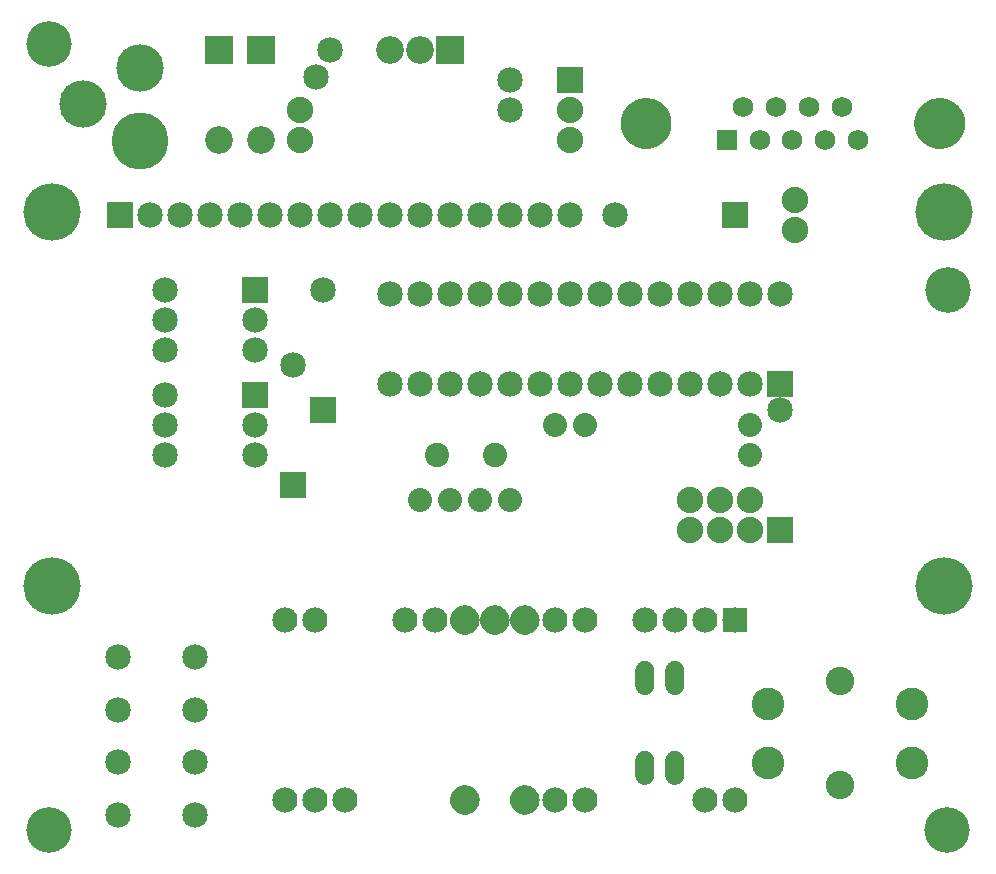
<source format=gbs>
G04 MADE WITH FRITZING*
G04 WWW.FRITZING.ORG*
G04 DOUBLE SIDED*
G04 HOLES PLATED*
G04 CONTOUR ON CENTER OF CONTOUR VECTOR*
%ASAXBY*%
%FSLAX23Y23*%
%MOIN*%
%OFA0B0*%
%SFA1.0B1.0*%
%ADD10C,0.190000*%
%ADD11C,0.158000*%
%ADD12C,0.080000*%
%ADD13C,0.062000*%
%ADD14C,0.109000*%
%ADD15C,0.095000*%
%ADD16C,0.092000*%
%ADD17C,0.084000*%
%ADD18C,0.088000*%
%ADD19C,0.085000*%
%ADD20C,0.151732*%
%ADD21C,0.191102*%
%ADD22C,0.080925*%
%ADD23C,0.080866*%
%ADD24C,0.069000*%
%ADD25R,0.092000X0.092000*%
%ADD26R,0.084000X0.084000*%
%ADD27R,0.085000X0.085000*%
%ADD28R,0.088000X0.088000*%
%ADD29R,0.069000X0.069000*%
%ADD30C,0.030000*%
%ADD31R,0.001000X0.001000*%
%LNMASK0*%
G90*
G70*
G54D10*
X432Y2408D03*
G54D11*
X432Y2653D03*
X242Y2533D03*
G54D12*
X1917Y1460D03*
X1817Y1460D03*
G54D13*
X2117Y317D03*
X2217Y317D03*
X2217Y617D03*
X2117Y617D03*
G54D14*
X3006Y334D03*
X2526Y334D03*
X3006Y530D03*
X2526Y530D03*
G54D15*
X2766Y608D03*
X2766Y263D03*
G54D16*
X1467Y2710D03*
X1367Y2710D03*
X1267Y2710D03*
G54D17*
X1817Y210D03*
X1917Y810D03*
X1417Y810D03*
X1917Y210D03*
X1317Y810D03*
X1817Y810D03*
X1017Y810D03*
X917Y810D03*
X1117Y210D03*
X1017Y210D03*
X917Y210D03*
X2417Y810D03*
X2317Y810D03*
X2217Y810D03*
X2117Y810D03*
X2317Y210D03*
X2417Y210D03*
G54D18*
X2617Y2210D03*
X2617Y2110D03*
G54D19*
X2417Y2160D03*
X2017Y2160D03*
X2567Y1110D03*
X2567Y1510D03*
G54D12*
X2467Y1360D03*
X2467Y1460D03*
G54D20*
X131Y110D03*
X130Y2732D03*
X3125Y1910D03*
X3124Y110D03*
G54D21*
X141Y926D03*
X141Y2170D03*
X3113Y926D03*
X3113Y2170D03*
G54D16*
X698Y2710D03*
X698Y2412D03*
X837Y2710D03*
X837Y2412D03*
G54D19*
X367Y2160D03*
X467Y2160D03*
X567Y2160D03*
X667Y2160D03*
X767Y2160D03*
X867Y2160D03*
X967Y2160D03*
X1067Y2160D03*
X1167Y2160D03*
X1267Y2160D03*
X1367Y2160D03*
X1467Y2160D03*
X1567Y2160D03*
X1667Y2160D03*
X1767Y2160D03*
X1867Y2160D03*
X1067Y2710D03*
X1020Y2622D03*
G54D18*
X1867Y2610D03*
X1867Y2510D03*
X1867Y2410D03*
G54D19*
X361Y337D03*
X617Y337D03*
X361Y160D03*
X617Y160D03*
X361Y687D03*
X617Y687D03*
X361Y510D03*
X617Y510D03*
X1667Y2510D03*
X1667Y2610D03*
X2567Y1599D03*
X2567Y1899D03*
X2467Y1599D03*
X2467Y1899D03*
X2367Y1599D03*
X2367Y1899D03*
X2267Y1599D03*
X2267Y1899D03*
X2167Y1599D03*
X2167Y1899D03*
X2067Y1599D03*
X2067Y1899D03*
X1967Y1599D03*
X1967Y1899D03*
X1867Y1599D03*
X1867Y1899D03*
X1767Y1599D03*
X1767Y1899D03*
X1667Y1599D03*
X1667Y1899D03*
X1567Y1599D03*
X1567Y1899D03*
X1467Y1599D03*
X1467Y1899D03*
X1367Y1599D03*
X1367Y1899D03*
X1267Y1599D03*
X1267Y1899D03*
X2567Y1599D03*
X2567Y1899D03*
X2467Y1599D03*
X2467Y1899D03*
X2367Y1599D03*
X2367Y1899D03*
X2267Y1599D03*
X2267Y1899D03*
X2167Y1599D03*
X2167Y1899D03*
X2067Y1599D03*
X2067Y1899D03*
X1967Y1599D03*
X1967Y1899D03*
X1867Y1599D03*
X1867Y1899D03*
X1767Y1599D03*
X1767Y1899D03*
X1667Y1599D03*
X1667Y1899D03*
X1567Y1599D03*
X1567Y1899D03*
X1467Y1599D03*
X1467Y1899D03*
X1367Y1599D03*
X1367Y1899D03*
X1267Y1599D03*
X1267Y1899D03*
G54D22*
X1424Y1360D03*
G54D23*
X1617Y1360D03*
G54D19*
X817Y1560D03*
X517Y1560D03*
X817Y1460D03*
X517Y1460D03*
X817Y1360D03*
X517Y1360D03*
X817Y1910D03*
X517Y1910D03*
X817Y1810D03*
X517Y1810D03*
X817Y1710D03*
X517Y1710D03*
X1043Y1510D03*
X1043Y1910D03*
G54D18*
X967Y2510D03*
X967Y2410D03*
G54D19*
X943Y1260D03*
X943Y1660D03*
G54D12*
X1367Y1210D03*
X1467Y1210D03*
X1567Y1210D03*
X1667Y1210D03*
G54D24*
X2390Y2410D03*
X2499Y2410D03*
X2608Y2410D03*
X2717Y2410D03*
X2826Y2410D03*
X2444Y2522D03*
X2554Y2522D03*
X2662Y2522D03*
X2772Y2522D03*
G54D18*
X2467Y1110D03*
X2367Y1110D03*
X2267Y1110D03*
X2467Y1110D03*
X2367Y1110D03*
X2267Y1110D03*
X2267Y1210D03*
X2367Y1210D03*
X2467Y1210D03*
G54D25*
X1467Y2710D03*
G54D26*
X2417Y810D03*
G54D27*
X2417Y2160D03*
X2567Y1110D03*
G54D25*
X698Y2711D03*
X837Y2711D03*
G54D27*
X366Y2160D03*
G54D28*
X1867Y2610D03*
G54D27*
X2567Y1599D03*
X2567Y1599D03*
X817Y1560D03*
X817Y1910D03*
X1043Y1510D03*
X943Y1260D03*
G54D29*
X2390Y2410D03*
G54D30*
G36*
X1078Y2673D02*
X1030Y2699D01*
X1055Y2747D01*
X1104Y2721D01*
X1078Y2673D01*
G37*
D02*
G36*
X1639Y2537D02*
X1694Y2537D01*
X1694Y2482D01*
X1639Y2482D01*
X1639Y2537D01*
G37*
D02*
G54D31*
X2114Y2551D02*
X2126Y2551D01*
X3093Y2551D02*
X3105Y2551D01*
X2107Y2550D02*
X2134Y2550D01*
X3086Y2550D02*
X3112Y2550D01*
X2102Y2549D02*
X2138Y2549D01*
X3081Y2549D02*
X3117Y2549D01*
X2098Y2548D02*
X2142Y2548D01*
X3077Y2548D02*
X3121Y2548D01*
X2095Y2547D02*
X2145Y2547D01*
X3074Y2547D02*
X3124Y2547D01*
X2092Y2546D02*
X2148Y2546D01*
X3071Y2546D02*
X3127Y2546D01*
X2090Y2545D02*
X2151Y2545D01*
X3068Y2545D02*
X3129Y2545D01*
X2087Y2544D02*
X2153Y2544D01*
X3066Y2544D02*
X3132Y2544D01*
X2085Y2543D02*
X2155Y2543D01*
X3064Y2543D02*
X3134Y2543D01*
X2083Y2542D02*
X2157Y2542D01*
X3062Y2542D02*
X3136Y2542D01*
X2081Y2541D02*
X2159Y2541D01*
X3060Y2541D02*
X3138Y2541D01*
X2079Y2540D02*
X2161Y2540D01*
X3058Y2540D02*
X3140Y2540D01*
X2078Y2539D02*
X2163Y2539D01*
X3056Y2539D02*
X3142Y2539D01*
X2076Y2538D02*
X2164Y2538D01*
X3055Y2538D02*
X3143Y2538D01*
X2074Y2537D02*
X2166Y2537D01*
X3053Y2537D02*
X3145Y2537D01*
X2073Y2536D02*
X2168Y2536D01*
X3052Y2536D02*
X3146Y2536D01*
X2071Y2535D02*
X2169Y2535D01*
X3050Y2535D02*
X3148Y2535D01*
X2070Y2534D02*
X2170Y2534D01*
X3049Y2534D02*
X3149Y2534D01*
X2069Y2533D02*
X2172Y2533D01*
X3047Y2533D02*
X3150Y2533D01*
X2067Y2532D02*
X2173Y2532D01*
X3046Y2532D02*
X3152Y2532D01*
X2066Y2531D02*
X2174Y2531D01*
X3045Y2531D02*
X3153Y2531D01*
X2065Y2530D02*
X2175Y2530D01*
X3044Y2530D02*
X3154Y2530D01*
X2064Y2529D02*
X2177Y2529D01*
X3043Y2529D02*
X3155Y2529D01*
X2063Y2528D02*
X2178Y2528D01*
X3041Y2528D02*
X3157Y2528D01*
X2062Y2527D02*
X2179Y2527D01*
X3040Y2527D02*
X3158Y2527D01*
X2061Y2526D02*
X2180Y2526D01*
X3039Y2526D02*
X3159Y2526D01*
X2060Y2525D02*
X2181Y2525D01*
X3038Y2525D02*
X3160Y2525D01*
X2059Y2524D02*
X2182Y2524D01*
X3037Y2524D02*
X3161Y2524D01*
X2058Y2523D02*
X2183Y2523D01*
X3036Y2523D02*
X3162Y2523D01*
X2057Y2522D02*
X2184Y2522D01*
X3035Y2522D02*
X3163Y2522D01*
X2056Y2521D02*
X2185Y2521D01*
X3035Y2521D02*
X3163Y2521D01*
X2055Y2520D02*
X2186Y2520D01*
X3034Y2520D02*
X3164Y2520D01*
X2054Y2519D02*
X2186Y2519D01*
X3033Y2519D02*
X3165Y2519D01*
X2053Y2518D02*
X2187Y2518D01*
X3032Y2518D02*
X3166Y2518D01*
X2053Y2517D02*
X2188Y2517D01*
X3031Y2517D02*
X3167Y2517D01*
X2052Y2516D02*
X2189Y2516D01*
X3030Y2516D02*
X3167Y2516D01*
X2051Y2515D02*
X2189Y2515D01*
X3030Y2515D02*
X3168Y2515D01*
X2050Y2514D02*
X2190Y2514D01*
X3029Y2514D02*
X3169Y2514D01*
X2050Y2513D02*
X2191Y2513D01*
X3028Y2513D02*
X3170Y2513D01*
X2049Y2512D02*
X2191Y2512D01*
X3028Y2512D02*
X3170Y2512D01*
X2048Y2511D02*
X2192Y2511D01*
X3027Y2511D02*
X3171Y2511D01*
X2048Y2510D02*
X2193Y2510D01*
X3026Y2510D02*
X3171Y2510D01*
X2047Y2509D02*
X2193Y2509D01*
X3026Y2509D02*
X3172Y2509D01*
X2047Y2508D02*
X2194Y2508D01*
X3025Y2508D02*
X3173Y2508D01*
X2046Y2507D02*
X2194Y2507D01*
X3025Y2507D02*
X3173Y2507D01*
X2045Y2506D02*
X2195Y2506D01*
X3024Y2506D02*
X3174Y2506D01*
X2045Y2505D02*
X2195Y2505D01*
X3024Y2505D02*
X3174Y2505D01*
X2044Y2504D02*
X2196Y2504D01*
X3023Y2504D02*
X3175Y2504D01*
X2044Y2503D02*
X2196Y2503D01*
X3023Y2503D02*
X3175Y2503D01*
X2044Y2502D02*
X2197Y2502D01*
X3022Y2502D02*
X3176Y2502D01*
X2043Y2501D02*
X2197Y2501D01*
X3022Y2501D02*
X3176Y2501D01*
X2043Y2500D02*
X2198Y2500D01*
X3021Y2500D02*
X3176Y2500D01*
X2042Y2499D02*
X2198Y2499D01*
X3021Y2499D02*
X3177Y2499D01*
X2042Y2498D02*
X2199Y2498D01*
X3021Y2498D02*
X3177Y2498D01*
X2042Y2497D02*
X2199Y2497D01*
X3020Y2497D02*
X3178Y2497D01*
X2041Y2496D02*
X2199Y2496D01*
X3020Y2496D02*
X3178Y2496D01*
X2041Y2495D02*
X2200Y2495D01*
X3020Y2495D02*
X3178Y2495D01*
X2040Y2494D02*
X2200Y2494D01*
X3019Y2494D02*
X3179Y2494D01*
X2040Y2493D02*
X2200Y2493D01*
X3019Y2493D02*
X3179Y2493D01*
X2040Y2492D02*
X2201Y2492D01*
X3019Y2492D02*
X3179Y2492D01*
X2040Y2491D02*
X2201Y2491D01*
X3018Y2491D02*
X3180Y2491D01*
X2039Y2490D02*
X2201Y2490D01*
X3018Y2490D02*
X3180Y2490D01*
X2039Y2489D02*
X2201Y2489D01*
X3018Y2489D02*
X3180Y2489D01*
X2039Y2488D02*
X2202Y2488D01*
X3017Y2488D02*
X3180Y2488D01*
X2039Y2487D02*
X2202Y2487D01*
X3017Y2487D02*
X3181Y2487D01*
X2038Y2486D02*
X2202Y2486D01*
X3017Y2486D02*
X3181Y2486D01*
X2038Y2485D02*
X2202Y2485D01*
X3017Y2485D02*
X3181Y2485D01*
X2038Y2484D02*
X2203Y2484D01*
X3017Y2484D02*
X3181Y2484D01*
X2038Y2483D02*
X2203Y2483D01*
X3016Y2483D02*
X3182Y2483D01*
X2037Y2482D02*
X2203Y2482D01*
X3016Y2482D02*
X3182Y2482D01*
X2037Y2481D02*
X2203Y2481D01*
X3016Y2481D02*
X3182Y2481D01*
X2037Y2480D02*
X2203Y2480D01*
X3016Y2480D02*
X3182Y2480D01*
X2037Y2479D02*
X2203Y2479D01*
X3016Y2479D02*
X3182Y2479D01*
X2037Y2478D02*
X2204Y2478D01*
X3016Y2478D02*
X3182Y2478D01*
X2037Y2477D02*
X2204Y2477D01*
X3016Y2477D02*
X3182Y2477D01*
X2037Y2476D02*
X2204Y2476D01*
X3015Y2476D02*
X3183Y2476D01*
X2037Y2475D02*
X2204Y2475D01*
X3015Y2475D02*
X3183Y2475D01*
X2036Y2474D02*
X2204Y2474D01*
X3015Y2474D02*
X3183Y2474D01*
X2036Y2473D02*
X2204Y2473D01*
X3015Y2473D02*
X3183Y2473D01*
X2036Y2472D02*
X2204Y2472D01*
X3015Y2472D02*
X3183Y2472D01*
X2036Y2471D02*
X2204Y2471D01*
X3015Y2471D02*
X3183Y2471D01*
X2036Y2470D02*
X2204Y2470D01*
X3015Y2470D02*
X3183Y2470D01*
X2036Y2469D02*
X2204Y2469D01*
X3015Y2469D02*
X3183Y2469D01*
X2036Y2468D02*
X2204Y2468D01*
X3015Y2468D02*
X3183Y2468D01*
X2036Y2467D02*
X2204Y2467D01*
X3015Y2467D02*
X3183Y2467D01*
X2036Y2466D02*
X2204Y2466D01*
X3015Y2466D02*
X3183Y2466D01*
X2036Y2465D02*
X2204Y2465D01*
X3015Y2465D02*
X3183Y2465D01*
X2036Y2464D02*
X2204Y2464D01*
X3015Y2464D02*
X3183Y2464D01*
X2036Y2463D02*
X2204Y2463D01*
X3015Y2463D02*
X3183Y2463D01*
X2036Y2462D02*
X2204Y2462D01*
X3015Y2462D02*
X3183Y2462D01*
X2036Y2461D02*
X2204Y2461D01*
X3015Y2461D02*
X3183Y2461D01*
X2036Y2460D02*
X2204Y2460D01*
X3015Y2460D02*
X3183Y2460D01*
X2036Y2459D02*
X2204Y2459D01*
X3015Y2459D02*
X3183Y2459D01*
X2037Y2458D02*
X2204Y2458D01*
X3015Y2458D02*
X3183Y2458D01*
X2037Y2457D02*
X2204Y2457D01*
X3015Y2457D02*
X3183Y2457D01*
X2037Y2456D02*
X2204Y2456D01*
X3015Y2456D02*
X3182Y2456D01*
X2037Y2455D02*
X2204Y2455D01*
X3016Y2455D02*
X3182Y2455D01*
X2037Y2454D02*
X2203Y2454D01*
X3016Y2454D02*
X3182Y2454D01*
X2037Y2453D02*
X2203Y2453D01*
X3016Y2453D02*
X3182Y2453D01*
X2037Y2452D02*
X2203Y2452D01*
X3016Y2452D02*
X3182Y2452D01*
X2037Y2451D02*
X2203Y2451D01*
X3016Y2451D02*
X3182Y2451D01*
X2038Y2450D02*
X2203Y2450D01*
X3016Y2450D02*
X3182Y2450D01*
X2038Y2449D02*
X2203Y2449D01*
X3017Y2449D02*
X3181Y2449D01*
X2038Y2448D02*
X2202Y2448D01*
X3017Y2448D02*
X3181Y2448D01*
X2038Y2447D02*
X2202Y2447D01*
X3017Y2447D02*
X3181Y2447D01*
X2038Y2446D02*
X2202Y2446D01*
X3017Y2446D02*
X3181Y2446D01*
X2039Y2445D02*
X2202Y2445D01*
X3017Y2445D02*
X3181Y2445D01*
X2039Y2444D02*
X2202Y2444D01*
X3018Y2444D02*
X3180Y2444D01*
X2039Y2443D02*
X2201Y2443D01*
X3018Y2443D02*
X3180Y2443D01*
X2039Y2442D02*
X2201Y2442D01*
X3018Y2442D02*
X3180Y2442D01*
X2040Y2441D02*
X2201Y2441D01*
X3018Y2441D02*
X3179Y2441D01*
X2040Y2440D02*
X2200Y2440D01*
X3019Y2440D02*
X3179Y2440D01*
X2040Y2439D02*
X2200Y2439D01*
X3019Y2439D02*
X3179Y2439D01*
X2041Y2438D02*
X2200Y2438D01*
X3019Y2438D02*
X3179Y2438D01*
X2041Y2437D02*
X2199Y2437D01*
X3020Y2437D02*
X3178Y2437D01*
X2041Y2436D02*
X2199Y2436D01*
X3020Y2436D02*
X3178Y2436D01*
X2042Y2435D02*
X2199Y2435D01*
X3020Y2435D02*
X3177Y2435D01*
X2042Y2434D02*
X2198Y2434D01*
X3021Y2434D02*
X3177Y2434D01*
X2043Y2433D02*
X2198Y2433D01*
X3021Y2433D02*
X3177Y2433D01*
X2043Y2432D02*
X2198Y2432D01*
X3022Y2432D02*
X3176Y2432D01*
X2043Y2431D02*
X2197Y2431D01*
X3022Y2431D02*
X3176Y2431D01*
X2044Y2430D02*
X2197Y2430D01*
X3023Y2430D02*
X3175Y2430D01*
X2044Y2429D02*
X2196Y2429D01*
X3023Y2429D02*
X3175Y2429D01*
X2045Y2428D02*
X2196Y2428D01*
X3024Y2428D02*
X3174Y2428D01*
X2045Y2427D02*
X2195Y2427D01*
X3024Y2427D02*
X3174Y2427D01*
X2046Y2426D02*
X2195Y2426D01*
X3025Y2426D02*
X3173Y2426D01*
X2046Y2425D02*
X2194Y2425D01*
X3025Y2425D02*
X3173Y2425D01*
X2047Y2424D02*
X2194Y2424D01*
X3026Y2424D02*
X3172Y2424D01*
X2047Y2423D02*
X2193Y2423D01*
X3026Y2423D02*
X3172Y2423D01*
X2048Y2422D02*
X2192Y2422D01*
X3027Y2422D02*
X3171Y2422D01*
X2049Y2421D02*
X2192Y2421D01*
X3027Y2421D02*
X3170Y2421D01*
X2049Y2420D02*
X2191Y2420D01*
X3028Y2420D02*
X3170Y2420D01*
X2050Y2419D02*
X2190Y2419D01*
X3029Y2419D02*
X3169Y2419D01*
X2051Y2418D02*
X2190Y2418D01*
X3029Y2418D02*
X3168Y2418D01*
X2051Y2417D02*
X2189Y2417D01*
X3030Y2417D02*
X3168Y2417D01*
X2052Y2416D02*
X2188Y2416D01*
X3031Y2416D02*
X3167Y2416D01*
X2053Y2415D02*
X2187Y2415D01*
X3032Y2415D02*
X3166Y2415D01*
X2054Y2414D02*
X2187Y2414D01*
X3032Y2414D02*
X3165Y2414D01*
X2055Y2413D02*
X2186Y2413D01*
X3033Y2413D02*
X3165Y2413D01*
X2055Y2412D02*
X2185Y2412D01*
X3034Y2412D02*
X3164Y2412D01*
X2056Y2411D02*
X2184Y2411D01*
X3035Y2411D02*
X3163Y2411D01*
X2057Y2410D02*
X2183Y2410D01*
X3036Y2410D02*
X3162Y2410D01*
X2058Y2409D02*
X2182Y2409D01*
X3037Y2409D02*
X3161Y2409D01*
X2059Y2408D02*
X2181Y2408D01*
X3038Y2408D02*
X3160Y2408D01*
X2060Y2407D02*
X2180Y2407D01*
X3039Y2407D02*
X3159Y2407D01*
X2061Y2406D02*
X2179Y2406D01*
X3040Y2406D02*
X3158Y2406D01*
X2062Y2405D02*
X2178Y2405D01*
X3041Y2405D02*
X3157Y2405D01*
X2063Y2404D02*
X2177Y2404D01*
X3042Y2404D02*
X3156Y2404D01*
X2064Y2403D02*
X2176Y2403D01*
X3043Y2403D02*
X3155Y2403D01*
X2066Y2402D02*
X2175Y2402D01*
X3044Y2402D02*
X3154Y2402D01*
X2067Y2401D02*
X2174Y2401D01*
X3046Y2401D02*
X3152Y2401D01*
X2068Y2400D02*
X2172Y2400D01*
X3047Y2400D02*
X3151Y2400D01*
X2069Y2399D02*
X2171Y2399D01*
X3048Y2399D02*
X3150Y2399D01*
X2071Y2398D02*
X2170Y2398D01*
X3050Y2398D02*
X3148Y2398D01*
X2072Y2397D02*
X2168Y2397D01*
X3051Y2397D02*
X3147Y2397D01*
X2074Y2396D02*
X2167Y2396D01*
X3052Y2396D02*
X3145Y2396D01*
X2075Y2395D02*
X2165Y2395D01*
X3054Y2395D02*
X3144Y2395D01*
X2077Y2394D02*
X2164Y2394D01*
X3056Y2394D02*
X3142Y2394D01*
X2079Y2393D02*
X2162Y2393D01*
X3057Y2393D02*
X3141Y2393D01*
X2080Y2392D02*
X2160Y2392D01*
X3059Y2392D02*
X3139Y2392D01*
X2082Y2391D02*
X2158Y2391D01*
X3061Y2391D02*
X3137Y2391D01*
X2084Y2390D02*
X2156Y2390D01*
X3063Y2390D02*
X3135Y2390D01*
X2086Y2389D02*
X2154Y2389D01*
X3065Y2389D02*
X3133Y2389D01*
X2089Y2388D02*
X2152Y2388D01*
X3067Y2388D02*
X3130Y2388D01*
X2091Y2387D02*
X2149Y2387D01*
X3070Y2387D02*
X3128Y2387D01*
X2094Y2386D02*
X2146Y2386D01*
X3073Y2386D02*
X3125Y2386D01*
X2097Y2385D02*
X2143Y2385D01*
X3076Y2385D02*
X3122Y2385D01*
X2100Y2384D02*
X2140Y2384D01*
X3079Y2384D02*
X3119Y2384D01*
X2105Y2383D02*
X2136Y2383D01*
X3083Y2383D02*
X3114Y2383D01*
X2111Y2382D02*
X2130Y2382D01*
X3089Y2382D02*
X3109Y2382D01*
X1509Y860D02*
X1523Y860D01*
X1609Y860D02*
X1623Y860D01*
X1709Y860D02*
X1722Y860D01*
X1505Y859D02*
X1527Y859D01*
X1605Y859D02*
X1627Y859D01*
X1705Y859D02*
X1727Y859D01*
X1502Y858D02*
X1530Y858D01*
X1602Y858D02*
X1630Y858D01*
X1702Y858D02*
X1730Y858D01*
X1499Y857D02*
X1533Y857D01*
X1599Y857D02*
X1633Y857D01*
X1699Y857D02*
X1733Y857D01*
X1497Y856D02*
X1535Y856D01*
X1597Y856D02*
X1635Y856D01*
X1697Y856D02*
X1735Y856D01*
X1495Y855D02*
X1537Y855D01*
X1595Y855D02*
X1637Y855D01*
X1695Y855D02*
X1737Y855D01*
X1493Y854D02*
X1539Y854D01*
X1593Y854D02*
X1639Y854D01*
X1693Y854D02*
X1739Y854D01*
X1491Y853D02*
X1540Y853D01*
X1591Y853D02*
X1640Y853D01*
X1691Y853D02*
X1740Y853D01*
X1490Y852D02*
X1542Y852D01*
X1590Y852D02*
X1642Y852D01*
X1690Y852D02*
X1742Y852D01*
X1489Y851D02*
X1543Y851D01*
X1588Y851D02*
X1643Y851D01*
X1688Y851D02*
X1743Y851D01*
X1487Y850D02*
X1544Y850D01*
X1587Y850D02*
X1644Y850D01*
X1687Y850D02*
X1744Y850D01*
X1486Y849D02*
X1546Y849D01*
X1586Y849D02*
X1646Y849D01*
X1686Y849D02*
X1746Y849D01*
X1485Y848D02*
X1547Y848D01*
X1585Y848D02*
X1647Y848D01*
X1685Y848D02*
X1747Y848D01*
X1484Y847D02*
X1548Y847D01*
X1584Y847D02*
X1648Y847D01*
X1684Y847D02*
X1748Y847D01*
X1483Y846D02*
X1549Y846D01*
X1583Y846D02*
X1649Y846D01*
X1683Y846D02*
X1749Y846D01*
X1482Y845D02*
X1550Y845D01*
X1582Y845D02*
X1650Y845D01*
X1682Y845D02*
X1750Y845D01*
X1481Y844D02*
X1551Y844D01*
X1581Y844D02*
X1651Y844D01*
X1681Y844D02*
X1751Y844D01*
X1480Y843D02*
X1552Y843D01*
X1580Y843D02*
X1652Y843D01*
X1680Y843D02*
X1752Y843D01*
X1479Y842D02*
X1553Y842D01*
X1579Y842D02*
X1653Y842D01*
X1679Y842D02*
X1753Y842D01*
X1478Y841D02*
X1554Y841D01*
X1578Y841D02*
X1654Y841D01*
X1678Y841D02*
X1754Y841D01*
X1477Y840D02*
X1554Y840D01*
X1577Y840D02*
X1654Y840D01*
X1677Y840D02*
X1754Y840D01*
X1477Y839D02*
X1555Y839D01*
X1576Y839D02*
X1655Y839D01*
X1676Y839D02*
X1755Y839D01*
X1476Y838D02*
X1556Y838D01*
X1576Y838D02*
X1656Y838D01*
X1676Y838D02*
X1756Y838D01*
X1475Y837D02*
X1557Y837D01*
X1575Y837D02*
X1657Y837D01*
X1675Y837D02*
X1756Y837D01*
X1474Y836D02*
X1557Y836D01*
X1574Y836D02*
X1657Y836D01*
X1674Y836D02*
X1757Y836D01*
X1474Y835D02*
X1558Y835D01*
X1574Y835D02*
X1658Y835D01*
X1674Y835D02*
X1758Y835D01*
X1473Y834D02*
X1558Y834D01*
X1573Y834D02*
X1658Y834D01*
X1673Y834D02*
X1758Y834D01*
X1473Y833D02*
X1559Y833D01*
X1573Y833D02*
X1659Y833D01*
X1673Y833D02*
X1759Y833D01*
X1472Y832D02*
X1559Y832D01*
X1572Y832D02*
X1659Y832D01*
X1672Y832D02*
X1759Y832D01*
X1472Y831D02*
X1560Y831D01*
X1572Y831D02*
X1660Y831D01*
X1672Y831D02*
X1760Y831D01*
X1471Y830D02*
X1560Y830D01*
X1571Y830D02*
X1660Y830D01*
X1671Y830D02*
X1760Y830D01*
X1471Y829D02*
X1561Y829D01*
X1571Y829D02*
X1661Y829D01*
X1671Y829D02*
X1761Y829D01*
X1470Y828D02*
X1561Y828D01*
X1570Y828D02*
X1661Y828D01*
X1670Y828D02*
X1761Y828D01*
X1470Y827D02*
X1562Y827D01*
X1570Y827D02*
X1662Y827D01*
X1670Y827D02*
X1762Y827D01*
X1470Y826D02*
X1562Y826D01*
X1570Y826D02*
X1662Y826D01*
X1669Y826D02*
X1762Y826D01*
X1469Y825D02*
X1562Y825D01*
X1569Y825D02*
X1662Y825D01*
X1669Y825D02*
X1762Y825D01*
X1469Y824D02*
X1563Y824D01*
X1569Y824D02*
X1663Y824D01*
X1669Y824D02*
X1763Y824D01*
X1469Y823D02*
X1563Y823D01*
X1569Y823D02*
X1663Y823D01*
X1669Y823D02*
X1763Y823D01*
X1468Y822D02*
X1563Y822D01*
X1568Y822D02*
X1663Y822D01*
X1668Y822D02*
X1763Y822D01*
X1468Y821D02*
X1564Y821D01*
X1568Y821D02*
X1664Y821D01*
X1668Y821D02*
X1764Y821D01*
X1468Y820D02*
X1564Y820D01*
X1568Y820D02*
X1664Y820D01*
X1668Y820D02*
X1764Y820D01*
X1468Y819D02*
X1564Y819D01*
X1568Y819D02*
X1664Y819D01*
X1668Y819D02*
X1764Y819D01*
X1467Y818D02*
X1564Y818D01*
X1567Y818D02*
X1664Y818D01*
X1667Y818D02*
X1764Y818D01*
X1467Y817D02*
X1564Y817D01*
X1567Y817D02*
X1664Y817D01*
X1667Y817D02*
X1764Y817D01*
X1467Y816D02*
X1564Y816D01*
X1567Y816D02*
X1664Y816D01*
X1667Y816D02*
X1764Y816D01*
X1467Y815D02*
X1565Y815D01*
X1567Y815D02*
X1665Y815D01*
X1667Y815D02*
X1765Y815D01*
X1467Y814D02*
X1565Y814D01*
X1567Y814D02*
X1665Y814D01*
X1667Y814D02*
X1765Y814D01*
X1467Y813D02*
X1565Y813D01*
X1567Y813D02*
X1665Y813D01*
X1667Y813D02*
X1765Y813D01*
X1467Y812D02*
X1565Y812D01*
X1567Y812D02*
X1665Y812D01*
X1667Y812D02*
X1765Y812D01*
X1467Y811D02*
X1565Y811D01*
X1567Y811D02*
X1665Y811D01*
X1667Y811D02*
X1765Y811D01*
X1467Y810D02*
X1565Y810D01*
X1567Y810D02*
X1665Y810D01*
X1667Y810D02*
X1765Y810D01*
X1467Y809D02*
X1565Y809D01*
X1567Y809D02*
X1665Y809D01*
X1667Y809D02*
X1765Y809D01*
X1467Y808D02*
X1565Y808D01*
X1567Y808D02*
X1665Y808D01*
X1667Y808D02*
X1765Y808D01*
X1467Y807D02*
X1565Y807D01*
X1567Y807D02*
X1665Y807D01*
X1667Y807D02*
X1764Y807D01*
X1467Y806D02*
X1564Y806D01*
X1567Y806D02*
X1664Y806D01*
X1667Y806D02*
X1764Y806D01*
X1467Y805D02*
X1564Y805D01*
X1567Y805D02*
X1664Y805D01*
X1667Y805D02*
X1764Y805D01*
X1468Y804D02*
X1564Y804D01*
X1567Y804D02*
X1664Y804D01*
X1667Y804D02*
X1764Y804D01*
X1468Y803D02*
X1564Y803D01*
X1568Y803D02*
X1664Y803D01*
X1668Y803D02*
X1764Y803D01*
X1468Y802D02*
X1564Y802D01*
X1568Y802D02*
X1664Y802D01*
X1668Y802D02*
X1764Y802D01*
X1468Y801D02*
X1563Y801D01*
X1568Y801D02*
X1663Y801D01*
X1668Y801D02*
X1763Y801D01*
X1468Y800D02*
X1563Y800D01*
X1568Y800D02*
X1663Y800D01*
X1668Y800D02*
X1763Y800D01*
X1469Y799D02*
X1563Y799D01*
X1569Y799D02*
X1663Y799D01*
X1669Y799D02*
X1763Y799D01*
X1469Y798D02*
X1563Y798D01*
X1569Y798D02*
X1663Y798D01*
X1669Y798D02*
X1763Y798D01*
X1469Y797D02*
X1562Y797D01*
X1569Y797D02*
X1662Y797D01*
X1669Y797D02*
X1762Y797D01*
X1470Y796D02*
X1562Y796D01*
X1570Y796D02*
X1662Y796D01*
X1670Y796D02*
X1762Y796D01*
X1470Y795D02*
X1562Y795D01*
X1570Y795D02*
X1662Y795D01*
X1670Y795D02*
X1762Y795D01*
X1470Y794D02*
X1561Y794D01*
X1570Y794D02*
X1661Y794D01*
X1670Y794D02*
X1761Y794D01*
X1471Y793D02*
X1561Y793D01*
X1571Y793D02*
X1661Y793D01*
X1671Y793D02*
X1761Y793D01*
X1471Y792D02*
X1560Y792D01*
X1571Y792D02*
X1660Y792D01*
X1671Y792D02*
X1760Y792D01*
X1472Y791D02*
X1560Y791D01*
X1572Y791D02*
X1660Y791D01*
X1672Y791D02*
X1760Y791D01*
X1472Y790D02*
X1559Y790D01*
X1572Y790D02*
X1659Y790D01*
X1672Y790D02*
X1759Y790D01*
X1473Y789D02*
X1559Y789D01*
X1573Y789D02*
X1659Y789D01*
X1673Y789D02*
X1759Y789D01*
X1473Y788D02*
X1558Y788D01*
X1573Y788D02*
X1658Y788D01*
X1673Y788D02*
X1758Y788D01*
X1474Y787D02*
X1558Y787D01*
X1574Y787D02*
X1658Y787D01*
X1674Y787D02*
X1758Y787D01*
X1475Y786D02*
X1557Y786D01*
X1575Y786D02*
X1657Y786D01*
X1675Y786D02*
X1757Y786D01*
X1475Y785D02*
X1556Y785D01*
X1575Y785D02*
X1656Y785D01*
X1675Y785D02*
X1756Y785D01*
X1476Y784D02*
X1556Y784D01*
X1576Y784D02*
X1656Y784D01*
X1676Y784D02*
X1756Y784D01*
X1477Y783D02*
X1555Y783D01*
X1577Y783D02*
X1655Y783D01*
X1677Y783D02*
X1755Y783D01*
X1478Y782D02*
X1554Y782D01*
X1578Y782D02*
X1654Y782D01*
X1678Y782D02*
X1754Y782D01*
X1478Y781D02*
X1553Y781D01*
X1578Y781D02*
X1653Y781D01*
X1678Y781D02*
X1753Y781D01*
X1479Y780D02*
X1552Y780D01*
X1579Y780D02*
X1652Y780D01*
X1679Y780D02*
X1752Y780D01*
X1480Y779D02*
X1552Y779D01*
X1580Y779D02*
X1652Y779D01*
X1680Y779D02*
X1751Y779D01*
X1481Y778D02*
X1551Y778D01*
X1581Y778D02*
X1651Y778D01*
X1681Y778D02*
X1751Y778D01*
X1482Y777D02*
X1550Y777D01*
X1582Y777D02*
X1650Y777D01*
X1682Y777D02*
X1750Y777D01*
X1483Y776D02*
X1549Y776D01*
X1583Y776D02*
X1649Y776D01*
X1683Y776D02*
X1749Y776D01*
X1484Y775D02*
X1548Y775D01*
X1584Y775D02*
X1648Y775D01*
X1684Y775D02*
X1747Y775D01*
X1485Y774D02*
X1546Y774D01*
X1585Y774D02*
X1646Y774D01*
X1685Y774D02*
X1746Y774D01*
X1486Y773D02*
X1545Y773D01*
X1586Y773D02*
X1645Y773D01*
X1686Y773D02*
X1745Y773D01*
X1488Y772D02*
X1544Y772D01*
X1588Y772D02*
X1644Y772D01*
X1688Y772D02*
X1744Y772D01*
X1489Y771D02*
X1543Y771D01*
X1589Y771D02*
X1643Y771D01*
X1689Y771D02*
X1743Y771D01*
X1491Y770D02*
X1541Y770D01*
X1590Y770D02*
X1641Y770D01*
X1690Y770D02*
X1741Y770D01*
X1492Y769D02*
X1540Y769D01*
X1592Y769D02*
X1640Y769D01*
X1692Y769D02*
X1740Y769D01*
X1494Y768D02*
X1538Y768D01*
X1594Y768D02*
X1638Y768D01*
X1694Y768D02*
X1738Y768D01*
X1496Y767D02*
X1536Y767D01*
X1596Y767D02*
X1636Y767D01*
X1696Y767D02*
X1736Y767D01*
X1498Y766D02*
X1534Y766D01*
X1598Y766D02*
X1634Y766D01*
X1698Y766D02*
X1734Y766D01*
X1500Y765D02*
X1532Y765D01*
X1600Y765D02*
X1632Y765D01*
X1700Y765D02*
X1732Y765D01*
X1503Y764D02*
X1529Y764D01*
X1603Y764D02*
X1629Y764D01*
X1703Y764D02*
X1729Y764D01*
X1506Y763D02*
X1525Y763D01*
X1606Y763D02*
X1625Y763D01*
X1706Y763D02*
X1725Y763D01*
X1512Y762D02*
X1520Y762D01*
X1612Y762D02*
X1620Y762D01*
X1712Y762D02*
X1720Y762D01*
X2112Y675D02*
X2120Y675D01*
X2212Y675D02*
X2220Y675D01*
X2108Y674D02*
X2124Y674D01*
X2208Y674D02*
X2224Y674D01*
X2105Y673D02*
X2127Y673D01*
X2205Y673D02*
X2227Y673D01*
X2103Y672D02*
X2129Y672D01*
X2203Y672D02*
X2229Y672D01*
X2101Y671D02*
X2130Y671D01*
X2201Y671D02*
X2230Y671D01*
X2099Y670D02*
X2132Y670D01*
X2199Y670D02*
X2232Y670D01*
X2098Y669D02*
X2133Y669D01*
X2198Y669D02*
X2233Y669D01*
X2097Y668D02*
X2135Y668D01*
X2197Y668D02*
X2235Y668D01*
X2096Y667D02*
X2136Y667D01*
X2196Y667D02*
X2236Y667D01*
X2095Y666D02*
X2137Y666D01*
X2194Y666D02*
X2237Y666D01*
X2094Y665D02*
X2138Y665D01*
X2194Y665D02*
X2238Y665D01*
X2093Y664D02*
X2139Y664D01*
X2193Y664D02*
X2239Y664D01*
X2092Y663D02*
X2140Y663D01*
X2192Y663D02*
X2239Y663D01*
X2091Y662D02*
X2140Y662D01*
X2191Y662D02*
X2240Y662D01*
X2090Y661D02*
X2141Y661D01*
X2190Y661D02*
X2241Y661D01*
X2090Y660D02*
X2142Y660D01*
X2190Y660D02*
X2242Y660D01*
X2089Y659D02*
X2142Y659D01*
X2189Y659D02*
X2242Y659D01*
X2089Y658D02*
X2143Y658D01*
X2189Y658D02*
X2243Y658D01*
X2088Y657D02*
X2143Y657D01*
X2188Y657D02*
X2243Y657D01*
X2088Y656D02*
X2144Y656D01*
X2188Y656D02*
X2244Y656D01*
X2087Y655D02*
X2144Y655D01*
X2187Y655D02*
X2244Y655D01*
X2087Y654D02*
X2144Y654D01*
X2187Y654D02*
X2244Y654D01*
X2087Y653D02*
X2145Y653D01*
X2187Y653D02*
X2245Y653D01*
X2086Y652D02*
X2145Y652D01*
X2186Y652D02*
X2245Y652D01*
X2086Y651D02*
X2145Y651D01*
X2186Y651D02*
X2245Y651D01*
X2086Y650D02*
X2146Y650D01*
X2186Y650D02*
X2246Y650D01*
X2086Y649D02*
X2146Y649D01*
X2186Y649D02*
X2246Y649D01*
X2085Y648D02*
X2146Y648D01*
X2185Y648D02*
X2246Y648D01*
X2085Y647D02*
X2146Y647D01*
X2185Y647D02*
X2246Y647D01*
X2085Y646D02*
X2146Y646D01*
X2185Y646D02*
X2246Y646D01*
X2085Y645D02*
X2146Y645D01*
X2185Y645D02*
X2246Y645D01*
X2085Y644D02*
X2146Y644D01*
X2185Y644D02*
X2246Y644D01*
X2085Y643D02*
X2146Y643D01*
X2185Y643D02*
X2246Y643D01*
X2085Y642D02*
X2146Y642D01*
X2185Y642D02*
X2246Y642D01*
X2085Y641D02*
X2146Y641D01*
X2185Y641D02*
X2246Y641D01*
X2085Y640D02*
X2146Y640D01*
X2185Y640D02*
X2246Y640D01*
X2085Y639D02*
X2146Y639D01*
X2185Y639D02*
X2246Y639D01*
X2085Y638D02*
X2146Y638D01*
X2185Y638D02*
X2246Y638D01*
X2085Y637D02*
X2146Y637D01*
X2185Y637D02*
X2246Y637D01*
X2085Y636D02*
X2146Y636D01*
X2185Y636D02*
X2246Y636D01*
X2085Y635D02*
X2146Y635D01*
X2185Y635D02*
X2246Y635D01*
X2085Y634D02*
X2146Y634D01*
X2185Y634D02*
X2246Y634D01*
X2085Y633D02*
X2146Y633D01*
X2185Y633D02*
X2246Y633D01*
X2085Y632D02*
X2146Y632D01*
X2185Y632D02*
X2246Y632D01*
X2085Y631D02*
X2146Y631D01*
X2185Y631D02*
X2246Y631D01*
X2085Y630D02*
X2146Y630D01*
X2185Y630D02*
X2246Y630D01*
X2085Y629D02*
X2112Y629D01*
X2119Y629D02*
X2146Y629D01*
X2185Y629D02*
X2212Y629D01*
X2219Y629D02*
X2246Y629D01*
X2085Y628D02*
X2109Y628D01*
X2122Y628D02*
X2146Y628D01*
X2185Y628D02*
X2209Y628D01*
X2222Y628D02*
X2246Y628D01*
X2085Y627D02*
X2108Y627D01*
X2124Y627D02*
X2146Y627D01*
X2185Y627D02*
X2208Y627D01*
X2224Y627D02*
X2246Y627D01*
X2085Y626D02*
X2107Y626D01*
X2125Y626D02*
X2146Y626D01*
X2185Y626D02*
X2207Y626D01*
X2225Y626D02*
X2246Y626D01*
X2085Y625D02*
X2106Y625D01*
X2125Y625D02*
X2146Y625D01*
X2185Y625D02*
X2206Y625D01*
X2225Y625D02*
X2246Y625D01*
X2085Y624D02*
X2105Y624D01*
X2126Y624D02*
X2146Y624D01*
X2185Y624D02*
X2205Y624D01*
X2226Y624D02*
X2246Y624D01*
X2085Y623D02*
X2105Y623D01*
X2126Y623D02*
X2146Y623D01*
X2185Y623D02*
X2205Y623D01*
X2226Y623D02*
X2246Y623D01*
X2085Y622D02*
X2105Y622D01*
X2127Y622D02*
X2146Y622D01*
X2185Y622D02*
X2205Y622D01*
X2227Y622D02*
X2246Y622D01*
X2085Y621D02*
X2104Y621D01*
X2127Y621D02*
X2146Y621D01*
X2185Y621D02*
X2204Y621D01*
X2227Y621D02*
X2246Y621D01*
X2085Y620D02*
X2104Y620D01*
X2127Y620D02*
X2146Y620D01*
X2185Y620D02*
X2204Y620D01*
X2227Y620D02*
X2246Y620D01*
X2085Y619D02*
X2104Y619D01*
X2127Y619D02*
X2146Y619D01*
X2185Y619D02*
X2204Y619D01*
X2227Y619D02*
X2246Y619D01*
X2085Y618D02*
X2104Y618D01*
X2127Y618D02*
X2146Y618D01*
X2185Y618D02*
X2204Y618D01*
X2227Y618D02*
X2246Y618D01*
X2085Y617D02*
X2104Y617D01*
X2127Y617D02*
X2146Y617D01*
X2185Y617D02*
X2204Y617D01*
X2227Y617D02*
X2246Y617D01*
X2085Y616D02*
X2104Y616D01*
X2127Y616D02*
X2146Y616D01*
X2185Y616D02*
X2204Y616D01*
X2227Y616D02*
X2246Y616D01*
X2085Y615D02*
X2105Y615D01*
X2127Y615D02*
X2146Y615D01*
X2185Y615D02*
X2205Y615D01*
X2227Y615D02*
X2246Y615D01*
X2085Y614D02*
X2105Y614D01*
X2126Y614D02*
X2146Y614D01*
X2185Y614D02*
X2205Y614D01*
X2226Y614D02*
X2246Y614D01*
X2085Y613D02*
X2105Y613D01*
X2126Y613D02*
X2146Y613D01*
X2185Y613D02*
X2205Y613D01*
X2226Y613D02*
X2246Y613D01*
X2085Y612D02*
X2106Y612D01*
X2126Y612D02*
X2146Y612D01*
X2185Y612D02*
X2206Y612D01*
X2225Y612D02*
X2246Y612D01*
X2085Y611D02*
X2107Y611D01*
X2125Y611D02*
X2146Y611D01*
X2185Y611D02*
X2207Y611D01*
X2225Y611D02*
X2246Y611D01*
X2085Y610D02*
X2108Y610D01*
X2124Y610D02*
X2146Y610D01*
X2185Y610D02*
X2207Y610D01*
X2224Y610D02*
X2246Y610D01*
X2085Y609D02*
X2109Y609D01*
X2123Y609D02*
X2146Y609D01*
X2185Y609D02*
X2209Y609D01*
X2222Y609D02*
X2246Y609D01*
X2085Y608D02*
X2111Y608D01*
X2120Y608D02*
X2146Y608D01*
X2185Y608D02*
X2211Y608D01*
X2220Y608D02*
X2246Y608D01*
X2085Y607D02*
X2146Y607D01*
X2185Y607D02*
X2246Y607D01*
X2085Y606D02*
X2146Y606D01*
X2185Y606D02*
X2246Y606D01*
X2085Y605D02*
X2146Y605D01*
X2185Y605D02*
X2246Y605D01*
X2085Y604D02*
X2146Y604D01*
X2185Y604D02*
X2246Y604D01*
X2085Y603D02*
X2146Y603D01*
X2185Y603D02*
X2246Y603D01*
X2085Y602D02*
X2146Y602D01*
X2185Y602D02*
X2246Y602D01*
X2085Y601D02*
X2146Y601D01*
X2185Y601D02*
X2246Y601D01*
X2085Y600D02*
X2146Y600D01*
X2185Y600D02*
X2246Y600D01*
X2085Y599D02*
X2146Y599D01*
X2185Y599D02*
X2246Y599D01*
X2085Y598D02*
X2146Y598D01*
X2185Y598D02*
X2246Y598D01*
X2085Y597D02*
X2146Y597D01*
X2185Y597D02*
X2246Y597D01*
X2085Y596D02*
X2146Y596D01*
X2185Y596D02*
X2246Y596D01*
X2085Y595D02*
X2146Y595D01*
X2185Y595D02*
X2246Y595D01*
X2085Y594D02*
X2146Y594D01*
X2185Y594D02*
X2246Y594D01*
X2085Y593D02*
X2146Y593D01*
X2185Y593D02*
X2246Y593D01*
X2085Y592D02*
X2146Y592D01*
X2185Y592D02*
X2246Y592D01*
X2085Y591D02*
X2146Y591D01*
X2185Y591D02*
X2246Y591D01*
X2085Y590D02*
X2146Y590D01*
X2185Y590D02*
X2246Y590D01*
X2085Y589D02*
X2146Y589D01*
X2185Y589D02*
X2246Y589D01*
X2086Y588D02*
X2146Y588D01*
X2186Y588D02*
X2246Y588D01*
X2086Y587D02*
X2146Y587D01*
X2186Y587D02*
X2246Y587D01*
X2086Y586D02*
X2145Y586D01*
X2186Y586D02*
X2245Y586D01*
X2086Y585D02*
X2145Y585D01*
X2186Y585D02*
X2245Y585D01*
X2086Y584D02*
X2145Y584D01*
X2186Y584D02*
X2245Y584D01*
X2087Y583D02*
X2145Y583D01*
X2187Y583D02*
X2245Y583D01*
X2087Y582D02*
X2144Y582D01*
X2187Y582D02*
X2244Y582D01*
X2088Y581D02*
X2144Y581D01*
X2188Y581D02*
X2244Y581D01*
X2088Y580D02*
X2143Y580D01*
X2188Y580D02*
X2243Y580D01*
X2088Y579D02*
X2143Y579D01*
X2188Y579D02*
X2243Y579D01*
X2089Y578D02*
X2142Y578D01*
X2189Y578D02*
X2242Y578D01*
X2090Y577D02*
X2142Y577D01*
X2190Y577D02*
X2242Y577D01*
X2090Y576D02*
X2141Y576D01*
X2190Y576D02*
X2241Y576D01*
X2091Y575D02*
X2140Y575D01*
X2191Y575D02*
X2240Y575D01*
X2092Y574D02*
X2140Y574D01*
X2192Y574D02*
X2240Y574D01*
X2092Y573D02*
X2139Y573D01*
X2192Y573D02*
X2239Y573D01*
X2093Y572D02*
X2138Y572D01*
X2193Y572D02*
X2238Y572D01*
X2094Y571D02*
X2137Y571D01*
X2194Y571D02*
X2237Y571D01*
X2095Y570D02*
X2136Y570D01*
X2195Y570D02*
X2236Y570D01*
X2096Y569D02*
X2135Y569D01*
X2196Y569D02*
X2235Y569D01*
X2098Y568D02*
X2134Y568D01*
X2198Y568D02*
X2234Y568D01*
X2099Y567D02*
X2132Y567D01*
X2199Y567D02*
X2232Y567D01*
X2100Y566D02*
X2131Y566D01*
X2200Y566D02*
X2231Y566D01*
X2102Y565D02*
X2129Y565D01*
X2202Y565D02*
X2229Y565D01*
X2104Y564D02*
X2127Y564D01*
X2204Y564D02*
X2227Y564D01*
X2107Y563D02*
X2125Y563D01*
X2207Y563D02*
X2225Y563D01*
X2110Y562D02*
X2121Y562D01*
X2210Y562D02*
X2221Y562D01*
X2111Y375D02*
X2120Y375D01*
X2211Y375D02*
X2220Y375D01*
X2107Y374D02*
X2124Y374D01*
X2207Y374D02*
X2224Y374D01*
X2105Y373D02*
X2127Y373D01*
X2205Y373D02*
X2227Y373D01*
X2103Y372D02*
X2129Y372D01*
X2203Y372D02*
X2229Y372D01*
X2101Y371D02*
X2131Y371D01*
X2201Y371D02*
X2231Y371D01*
X2099Y370D02*
X2132Y370D01*
X2199Y370D02*
X2232Y370D01*
X2098Y369D02*
X2134Y369D01*
X2198Y369D02*
X2233Y369D01*
X2097Y368D02*
X2135Y368D01*
X2197Y368D02*
X2235Y368D01*
X2095Y367D02*
X2136Y367D01*
X2195Y367D02*
X2236Y367D01*
X2094Y366D02*
X2137Y366D01*
X2194Y366D02*
X2237Y366D01*
X2093Y365D02*
X2138Y365D01*
X2193Y365D02*
X2238Y365D01*
X2093Y364D02*
X2139Y364D01*
X2193Y364D02*
X2239Y364D01*
X2092Y363D02*
X2140Y363D01*
X2192Y363D02*
X2240Y363D01*
X2091Y362D02*
X2140Y362D01*
X2191Y362D02*
X2240Y362D01*
X2090Y361D02*
X2141Y361D01*
X2190Y361D02*
X2241Y361D01*
X2090Y360D02*
X2142Y360D01*
X2190Y360D02*
X2242Y360D01*
X2089Y359D02*
X2142Y359D01*
X2189Y359D02*
X2242Y359D01*
X2089Y358D02*
X2143Y358D01*
X2189Y358D02*
X2243Y358D01*
X2088Y357D02*
X2143Y357D01*
X2188Y357D02*
X2243Y357D01*
X2088Y356D02*
X2144Y356D01*
X2188Y356D02*
X2244Y356D01*
X2087Y355D02*
X2144Y355D01*
X2187Y355D02*
X2244Y355D01*
X2087Y354D02*
X2145Y354D01*
X2187Y354D02*
X2244Y354D01*
X2087Y353D02*
X2145Y353D01*
X2186Y353D02*
X2245Y353D01*
X2086Y352D02*
X2145Y352D01*
X2186Y352D02*
X2245Y352D01*
X2086Y351D02*
X2145Y351D01*
X2186Y351D02*
X2245Y351D01*
X2086Y350D02*
X2146Y350D01*
X2186Y350D02*
X2246Y350D01*
X2086Y349D02*
X2146Y349D01*
X2186Y349D02*
X2246Y349D01*
X2085Y348D02*
X2146Y348D01*
X2185Y348D02*
X2246Y348D01*
X2085Y347D02*
X2146Y347D01*
X2185Y347D02*
X2246Y347D01*
X2085Y346D02*
X2146Y346D01*
X2185Y346D02*
X2246Y346D01*
X2085Y345D02*
X2146Y345D01*
X2185Y345D02*
X2246Y345D01*
X2085Y344D02*
X2146Y344D01*
X2185Y344D02*
X2246Y344D01*
X2085Y343D02*
X2146Y343D01*
X2185Y343D02*
X2246Y343D01*
X2085Y342D02*
X2146Y342D01*
X2185Y342D02*
X2246Y342D01*
X2085Y341D02*
X2146Y341D01*
X2185Y341D02*
X2246Y341D01*
X2085Y340D02*
X2146Y340D01*
X2185Y340D02*
X2246Y340D01*
X2085Y339D02*
X2146Y339D01*
X2185Y339D02*
X2246Y339D01*
X2085Y338D02*
X2146Y338D01*
X2185Y338D02*
X2246Y338D01*
X2085Y337D02*
X2146Y337D01*
X2185Y337D02*
X2246Y337D01*
X2085Y336D02*
X2146Y336D01*
X2185Y336D02*
X2246Y336D01*
X2085Y335D02*
X2146Y335D01*
X2185Y335D02*
X2246Y335D01*
X2085Y334D02*
X2146Y334D01*
X2185Y334D02*
X2246Y334D01*
X2085Y333D02*
X2146Y333D01*
X2185Y333D02*
X2246Y333D01*
X2085Y332D02*
X2146Y332D01*
X2185Y332D02*
X2246Y332D01*
X2085Y331D02*
X2146Y331D01*
X2185Y331D02*
X2246Y331D01*
X2085Y330D02*
X2146Y330D01*
X2185Y330D02*
X2246Y330D01*
X2085Y329D02*
X2112Y329D01*
X2120Y329D02*
X2146Y329D01*
X2185Y329D02*
X2212Y329D01*
X2220Y329D02*
X2246Y329D01*
X2085Y328D02*
X2109Y328D01*
X2122Y328D02*
X2146Y328D01*
X2185Y328D02*
X2209Y328D01*
X2222Y328D02*
X2246Y328D01*
X2085Y327D02*
X2108Y327D01*
X2124Y327D02*
X2146Y327D01*
X2185Y327D02*
X2208Y327D01*
X2224Y327D02*
X2246Y327D01*
X2085Y326D02*
X2107Y326D01*
X2125Y326D02*
X2146Y326D01*
X2185Y326D02*
X2207Y326D01*
X2225Y326D02*
X2246Y326D01*
X2085Y325D02*
X2106Y325D01*
X2125Y325D02*
X2146Y325D01*
X2185Y325D02*
X2206Y325D01*
X2225Y325D02*
X2246Y325D01*
X2085Y324D02*
X2105Y324D01*
X2126Y324D02*
X2146Y324D01*
X2185Y324D02*
X2205Y324D01*
X2226Y324D02*
X2246Y324D01*
X2085Y323D02*
X2105Y323D01*
X2126Y323D02*
X2146Y323D01*
X2185Y323D02*
X2205Y323D01*
X2226Y323D02*
X2246Y323D01*
X2085Y322D02*
X2105Y322D01*
X2127Y322D02*
X2146Y322D01*
X2185Y322D02*
X2205Y322D01*
X2227Y322D02*
X2246Y322D01*
X2085Y321D02*
X2104Y321D01*
X2127Y321D02*
X2146Y321D01*
X2185Y321D02*
X2204Y321D01*
X2227Y321D02*
X2246Y321D01*
X2085Y320D02*
X2104Y320D01*
X2127Y320D02*
X2146Y320D01*
X2185Y320D02*
X2204Y320D01*
X2227Y320D02*
X2246Y320D01*
X2085Y319D02*
X2104Y319D01*
X2127Y319D02*
X2146Y319D01*
X2185Y319D02*
X2204Y319D01*
X2227Y319D02*
X2246Y319D01*
X2085Y318D02*
X2104Y318D01*
X2127Y318D02*
X2146Y318D01*
X2185Y318D02*
X2204Y318D01*
X2227Y318D02*
X2246Y318D01*
X2085Y317D02*
X2104Y317D01*
X2127Y317D02*
X2146Y317D01*
X2185Y317D02*
X2204Y317D01*
X2227Y317D02*
X2246Y317D01*
X2085Y316D02*
X2104Y316D01*
X2127Y316D02*
X2146Y316D01*
X2185Y316D02*
X2204Y316D01*
X2227Y316D02*
X2246Y316D01*
X2085Y315D02*
X2105Y315D01*
X2127Y315D02*
X2146Y315D01*
X2185Y315D02*
X2205Y315D01*
X2227Y315D02*
X2246Y315D01*
X2085Y314D02*
X2105Y314D01*
X2126Y314D02*
X2146Y314D01*
X2185Y314D02*
X2205Y314D01*
X2226Y314D02*
X2246Y314D01*
X2085Y313D02*
X2105Y313D01*
X2126Y313D02*
X2146Y313D01*
X2185Y313D02*
X2205Y313D01*
X2226Y313D02*
X2246Y313D01*
X2085Y312D02*
X2106Y312D01*
X2125Y312D02*
X2146Y312D01*
X2185Y312D02*
X2206Y312D01*
X2225Y312D02*
X2246Y312D01*
X2085Y311D02*
X2107Y311D01*
X2125Y311D02*
X2146Y311D01*
X2185Y311D02*
X2207Y311D01*
X2225Y311D02*
X2246Y311D01*
X2085Y310D02*
X2108Y310D01*
X2124Y310D02*
X2146Y310D01*
X2185Y310D02*
X2208Y310D01*
X2224Y310D02*
X2246Y310D01*
X2085Y309D02*
X2109Y309D01*
X2122Y309D02*
X2146Y309D01*
X2185Y309D02*
X2209Y309D01*
X2222Y309D02*
X2246Y309D01*
X2085Y308D02*
X2111Y308D01*
X2120Y308D02*
X2146Y308D01*
X2185Y308D02*
X2211Y308D01*
X2220Y308D02*
X2246Y308D01*
X2085Y307D02*
X2146Y307D01*
X2185Y307D02*
X2246Y307D01*
X2085Y306D02*
X2146Y306D01*
X2185Y306D02*
X2246Y306D01*
X2085Y305D02*
X2146Y305D01*
X2185Y305D02*
X2246Y305D01*
X2085Y304D02*
X2146Y304D01*
X2185Y304D02*
X2246Y304D01*
X2085Y303D02*
X2146Y303D01*
X2185Y303D02*
X2246Y303D01*
X2085Y302D02*
X2146Y302D01*
X2185Y302D02*
X2246Y302D01*
X2085Y301D02*
X2146Y301D01*
X2185Y301D02*
X2246Y301D01*
X2085Y300D02*
X2146Y300D01*
X2185Y300D02*
X2246Y300D01*
X2085Y299D02*
X2146Y299D01*
X2185Y299D02*
X2246Y299D01*
X2085Y298D02*
X2146Y298D01*
X2185Y298D02*
X2246Y298D01*
X2085Y297D02*
X2146Y297D01*
X2185Y297D02*
X2246Y297D01*
X2085Y296D02*
X2146Y296D01*
X2185Y296D02*
X2246Y296D01*
X2085Y295D02*
X2146Y295D01*
X2185Y295D02*
X2246Y295D01*
X2085Y294D02*
X2146Y294D01*
X2185Y294D02*
X2246Y294D01*
X2085Y293D02*
X2146Y293D01*
X2185Y293D02*
X2246Y293D01*
X2085Y292D02*
X2146Y292D01*
X2185Y292D02*
X2246Y292D01*
X2085Y291D02*
X2146Y291D01*
X2185Y291D02*
X2246Y291D01*
X2085Y290D02*
X2146Y290D01*
X2185Y290D02*
X2246Y290D01*
X2085Y289D02*
X2146Y289D01*
X2185Y289D02*
X2246Y289D01*
X2086Y288D02*
X2146Y288D01*
X2186Y288D02*
X2246Y288D01*
X2086Y287D02*
X2146Y287D01*
X2186Y287D02*
X2246Y287D01*
X2086Y286D02*
X2145Y286D01*
X2186Y286D02*
X2245Y286D01*
X2086Y285D02*
X2145Y285D01*
X2186Y285D02*
X2245Y285D01*
X2086Y284D02*
X2145Y284D01*
X2186Y284D02*
X2245Y284D01*
X2087Y283D02*
X2145Y283D01*
X2187Y283D02*
X2245Y283D01*
X2087Y282D02*
X2144Y282D01*
X2187Y282D02*
X2244Y282D01*
X2088Y281D02*
X2144Y281D01*
X2188Y281D02*
X2244Y281D01*
X2088Y280D02*
X2143Y280D01*
X2188Y280D02*
X2243Y280D01*
X2089Y279D02*
X2143Y279D01*
X2188Y279D02*
X2243Y279D01*
X2089Y278D02*
X2142Y278D01*
X2189Y278D02*
X2242Y278D01*
X2090Y277D02*
X2142Y277D01*
X2190Y277D02*
X2242Y277D01*
X2090Y276D02*
X2141Y276D01*
X2190Y276D02*
X2241Y276D01*
X2091Y275D02*
X2140Y275D01*
X2191Y275D02*
X2240Y275D01*
X2092Y274D02*
X2140Y274D01*
X2192Y274D02*
X2240Y274D01*
X2093Y273D02*
X2139Y273D01*
X2192Y273D02*
X2239Y273D01*
X2093Y272D02*
X2138Y272D01*
X2193Y272D02*
X2238Y272D01*
X2094Y271D02*
X2137Y271D01*
X2194Y271D02*
X2237Y271D01*
X2095Y270D02*
X2136Y270D01*
X2195Y270D02*
X2236Y270D01*
X2096Y269D02*
X2135Y269D01*
X2196Y269D02*
X2235Y269D01*
X2098Y268D02*
X2134Y268D01*
X2198Y268D02*
X2234Y268D01*
X2099Y267D02*
X2132Y267D01*
X2199Y267D02*
X2232Y267D01*
X2101Y266D02*
X2131Y266D01*
X2201Y266D02*
X2231Y266D01*
X2102Y265D02*
X2129Y265D01*
X2202Y265D02*
X2229Y265D01*
X2104Y264D02*
X2127Y264D01*
X2204Y264D02*
X2227Y264D01*
X2107Y263D02*
X2124Y263D01*
X2207Y263D02*
X2224Y263D01*
X2111Y262D02*
X2121Y262D01*
X2211Y262D02*
X2221Y262D01*
X1508Y260D02*
X1524Y260D01*
X1708Y260D02*
X1724Y260D01*
X1504Y259D02*
X1528Y259D01*
X1704Y259D02*
X1728Y259D01*
X1501Y258D02*
X1531Y258D01*
X1701Y258D02*
X1731Y258D01*
X1499Y257D02*
X1533Y257D01*
X1699Y257D02*
X1733Y257D01*
X1496Y256D02*
X1535Y256D01*
X1696Y256D02*
X1735Y256D01*
X1494Y255D02*
X1537Y255D01*
X1694Y255D02*
X1737Y255D01*
X1493Y254D02*
X1539Y254D01*
X1693Y254D02*
X1739Y254D01*
X1491Y253D02*
X1541Y253D01*
X1691Y253D02*
X1740Y253D01*
X1490Y252D02*
X1542Y252D01*
X1690Y252D02*
X1742Y252D01*
X1488Y251D02*
X1543Y251D01*
X1688Y251D02*
X1743Y251D01*
X1487Y250D02*
X1545Y250D01*
X1687Y250D02*
X1745Y250D01*
X1486Y249D02*
X1546Y249D01*
X1686Y249D02*
X1746Y249D01*
X1485Y248D02*
X1547Y248D01*
X1684Y248D02*
X1747Y248D01*
X1483Y247D02*
X1548Y247D01*
X1683Y247D02*
X1748Y247D01*
X1482Y246D02*
X1549Y246D01*
X1682Y246D02*
X1749Y246D01*
X1481Y245D02*
X1550Y245D01*
X1681Y245D02*
X1750Y245D01*
X1480Y244D02*
X1551Y244D01*
X1680Y244D02*
X1751Y244D01*
X1480Y243D02*
X1552Y243D01*
X1680Y243D02*
X1752Y243D01*
X1479Y242D02*
X1553Y242D01*
X1679Y242D02*
X1753Y242D01*
X1478Y241D02*
X1554Y241D01*
X1678Y241D02*
X1754Y241D01*
X1477Y240D02*
X1555Y240D01*
X1677Y240D02*
X1754Y240D01*
X1476Y239D02*
X1555Y239D01*
X1676Y239D02*
X1755Y239D01*
X1476Y238D02*
X1556Y238D01*
X1676Y238D02*
X1756Y238D01*
X1475Y237D02*
X1557Y237D01*
X1675Y237D02*
X1757Y237D01*
X1474Y236D02*
X1557Y236D01*
X1674Y236D02*
X1757Y236D01*
X1474Y235D02*
X1558Y235D01*
X1674Y235D02*
X1758Y235D01*
X1473Y234D02*
X1559Y234D01*
X1673Y234D02*
X1758Y234D01*
X1473Y233D02*
X1559Y233D01*
X1673Y233D02*
X1759Y233D01*
X1472Y232D02*
X1560Y232D01*
X1672Y232D02*
X1760Y232D01*
X1472Y231D02*
X1560Y231D01*
X1672Y231D02*
X1760Y231D01*
X1471Y230D02*
X1561Y230D01*
X1671Y230D02*
X1761Y230D01*
X1471Y229D02*
X1561Y229D01*
X1671Y229D02*
X1761Y229D01*
X1470Y228D02*
X1561Y228D01*
X1670Y228D02*
X1761Y228D01*
X1470Y227D02*
X1562Y227D01*
X1670Y227D02*
X1762Y227D01*
X1469Y226D02*
X1562Y226D01*
X1669Y226D02*
X1762Y226D01*
X1469Y225D02*
X1563Y225D01*
X1669Y225D02*
X1762Y225D01*
X1469Y224D02*
X1563Y224D01*
X1669Y224D02*
X1763Y224D01*
X1469Y223D02*
X1563Y223D01*
X1668Y223D02*
X1763Y223D01*
X1468Y222D02*
X1563Y222D01*
X1668Y222D02*
X1763Y222D01*
X1468Y221D02*
X1564Y221D01*
X1668Y221D02*
X1764Y221D01*
X1468Y220D02*
X1564Y220D01*
X1668Y220D02*
X1764Y220D01*
X1468Y219D02*
X1564Y219D01*
X1668Y219D02*
X1764Y219D01*
X1467Y218D02*
X1564Y218D01*
X1667Y218D02*
X1764Y218D01*
X1467Y217D02*
X1564Y217D01*
X1667Y217D02*
X1764Y217D01*
X1467Y216D02*
X1565Y216D01*
X1667Y216D02*
X1764Y216D01*
X1467Y215D02*
X1565Y215D01*
X1667Y215D02*
X1765Y215D01*
X1467Y214D02*
X1565Y214D01*
X1667Y214D02*
X1765Y214D01*
X1467Y213D02*
X1565Y213D01*
X1667Y213D02*
X1765Y213D01*
X1467Y212D02*
X1565Y212D01*
X1667Y212D02*
X1765Y212D01*
X1467Y211D02*
X1565Y211D01*
X1667Y211D02*
X1765Y211D01*
X1467Y210D02*
X1565Y210D01*
X1667Y210D02*
X1765Y210D01*
X1467Y209D02*
X1565Y209D01*
X1667Y209D02*
X1765Y209D01*
X1467Y208D02*
X1565Y208D01*
X1667Y208D02*
X1765Y208D01*
X1467Y207D02*
X1565Y207D01*
X1667Y207D02*
X1764Y207D01*
X1467Y206D02*
X1564Y206D01*
X1667Y206D02*
X1764Y206D01*
X1467Y205D02*
X1564Y205D01*
X1667Y205D02*
X1764Y205D01*
X1468Y204D02*
X1564Y204D01*
X1668Y204D02*
X1764Y204D01*
X1468Y203D02*
X1564Y203D01*
X1668Y203D02*
X1764Y203D01*
X1468Y202D02*
X1564Y202D01*
X1668Y202D02*
X1764Y202D01*
X1468Y201D02*
X1563Y201D01*
X1668Y201D02*
X1763Y201D01*
X1468Y200D02*
X1563Y200D01*
X1668Y200D02*
X1763Y200D01*
X1469Y199D02*
X1563Y199D01*
X1669Y199D02*
X1763Y199D01*
X1469Y198D02*
X1563Y198D01*
X1669Y198D02*
X1763Y198D01*
X1469Y197D02*
X1562Y197D01*
X1669Y197D02*
X1762Y197D01*
X1470Y196D02*
X1562Y196D01*
X1670Y196D02*
X1762Y196D01*
X1470Y195D02*
X1561Y195D01*
X1670Y195D02*
X1761Y195D01*
X1471Y194D02*
X1561Y194D01*
X1671Y194D02*
X1761Y194D01*
X1471Y193D02*
X1561Y193D01*
X1671Y193D02*
X1761Y193D01*
X1471Y192D02*
X1560Y192D01*
X1671Y192D02*
X1760Y192D01*
X1472Y191D02*
X1560Y191D01*
X1672Y191D02*
X1760Y191D01*
X1472Y190D02*
X1559Y190D01*
X1672Y190D02*
X1759Y190D01*
X1473Y189D02*
X1559Y189D01*
X1673Y189D02*
X1759Y189D01*
X1474Y188D02*
X1558Y188D01*
X1674Y188D02*
X1758Y188D01*
X1474Y187D02*
X1557Y187D01*
X1674Y187D02*
X1757Y187D01*
X1475Y186D02*
X1557Y186D01*
X1675Y186D02*
X1757Y186D01*
X1476Y185D02*
X1556Y185D01*
X1675Y185D02*
X1756Y185D01*
X1476Y184D02*
X1555Y184D01*
X1676Y184D02*
X1755Y184D01*
X1477Y183D02*
X1555Y183D01*
X1677Y183D02*
X1755Y183D01*
X1478Y182D02*
X1554Y182D01*
X1678Y182D02*
X1754Y182D01*
X1479Y181D02*
X1553Y181D01*
X1678Y181D02*
X1753Y181D01*
X1479Y180D02*
X1552Y180D01*
X1679Y180D02*
X1752Y180D01*
X1480Y179D02*
X1551Y179D01*
X1680Y179D02*
X1751Y179D01*
X1481Y178D02*
X1550Y178D01*
X1681Y178D02*
X1750Y178D01*
X1482Y177D02*
X1549Y177D01*
X1682Y177D02*
X1749Y177D01*
X1483Y176D02*
X1548Y176D01*
X1683Y176D02*
X1748Y176D01*
X1484Y175D02*
X1547Y175D01*
X1684Y175D02*
X1747Y175D01*
X1485Y174D02*
X1546Y174D01*
X1685Y174D02*
X1746Y174D01*
X1487Y173D02*
X1545Y173D01*
X1687Y173D02*
X1745Y173D01*
X1488Y172D02*
X1544Y172D01*
X1688Y172D02*
X1744Y172D01*
X1489Y171D02*
X1542Y171D01*
X1689Y171D02*
X1742Y171D01*
X1491Y170D02*
X1541Y170D01*
X1691Y170D02*
X1741Y170D01*
X1492Y169D02*
X1539Y169D01*
X1692Y169D02*
X1739Y169D01*
X1494Y168D02*
X1538Y168D01*
X1694Y168D02*
X1737Y168D01*
X1496Y167D02*
X1536Y167D01*
X1696Y167D02*
X1736Y167D01*
X1498Y166D02*
X1534Y166D01*
X1698Y166D02*
X1733Y166D01*
X1501Y165D02*
X1531Y165D01*
X1700Y165D02*
X1731Y165D01*
X1503Y164D02*
X1528Y164D01*
X1703Y164D02*
X1728Y164D01*
X1507Y163D02*
X1525Y163D01*
X1707Y163D02*
X1724Y163D01*
X1515Y162D02*
X1517Y162D01*
X1715Y162D02*
X1717Y162D01*
D02*
G04 End of Mask0*
M02*
</source>
